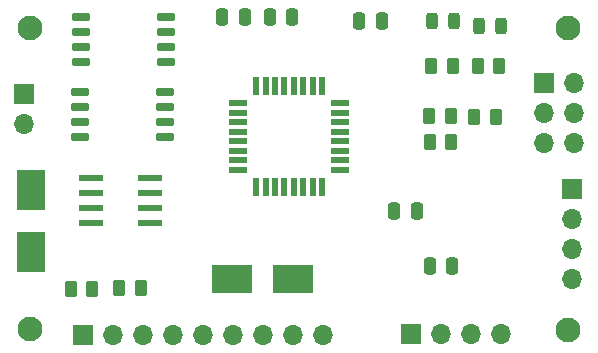
<source format=gts>
%TF.GenerationSoftware,KiCad,Pcbnew,(6.0.1-0)*%
%TF.CreationDate,2022-02-17T22:02:20-07:00*%
%TF.ProjectId,MCU Datalogger,4d435520-4461-4746-916c-6f676765722e,1*%
%TF.SameCoordinates,Original*%
%TF.FileFunction,Soldermask,Top*%
%TF.FilePolarity,Negative*%
%FSLAX46Y46*%
G04 Gerber Fmt 4.6, Leading zero omitted, Abs format (unit mm)*
G04 Created by KiCad (PCBNEW (6.0.1-0)) date 2022-02-17 22:02:20*
%MOMM*%
%LPD*%
G01*
G04 APERTURE LIST*
G04 Aperture macros list*
%AMRoundRect*
0 Rectangle with rounded corners*
0 $1 Rounding radius*
0 $2 $3 $4 $5 $6 $7 $8 $9 X,Y pos of 4 corners*
0 Add a 4 corners polygon primitive as box body*
4,1,4,$2,$3,$4,$5,$6,$7,$8,$9,$2,$3,0*
0 Add four circle primitives for the rounded corners*
1,1,$1+$1,$2,$3*
1,1,$1+$1,$4,$5*
1,1,$1+$1,$6,$7*
1,1,$1+$1,$8,$9*
0 Add four rect primitives between the rounded corners*
20,1,$1+$1,$2,$3,$4,$5,0*
20,1,$1+$1,$4,$5,$6,$7,0*
20,1,$1+$1,$6,$7,$8,$9,0*
20,1,$1+$1,$8,$9,$2,$3,0*%
G04 Aperture macros list end*
%ADD10RoundRect,0.250000X0.262500X0.450000X-0.262500X0.450000X-0.262500X-0.450000X0.262500X-0.450000X0*%
%ADD11RoundRect,0.250000X-0.262500X-0.450000X0.262500X-0.450000X0.262500X0.450000X-0.262500X0.450000X0*%
%ADD12C,2.100000*%
%ADD13RoundRect,0.250000X0.250000X0.475000X-0.250000X0.475000X-0.250000X-0.475000X0.250000X-0.475000X0*%
%ADD14RoundRect,0.243750X-0.243750X-0.456250X0.243750X-0.456250X0.243750X0.456250X-0.243750X0.456250X0*%
%ADD15R,1.700000X1.700000*%
%ADD16O,1.700000X1.700000*%
%ADD17RoundRect,0.150000X-0.650000X-0.150000X0.650000X-0.150000X0.650000X0.150000X-0.650000X0.150000X0*%
%ADD18R,2.400000X3.500000*%
%ADD19R,1.500000X0.550000*%
%ADD20R,0.550000X1.500000*%
%ADD21RoundRect,0.250000X-0.250000X-0.475000X0.250000X-0.475000X0.250000X0.475000X-0.250000X0.475000X0*%
%ADD22R,3.500000X2.400000*%
%ADD23RoundRect,0.041300X-0.943700X-0.253700X0.943700X-0.253700X0.943700X0.253700X-0.943700X0.253700X0*%
G04 APERTURE END LIST*
D10*
%TO.C,R4*%
X116103400Y-85801200D03*
X114278400Y-85801200D03*
%TD*%
%TO.C,R2*%
X89863300Y-100355400D03*
X88038300Y-100355400D03*
%TD*%
D11*
%TO.C,R7*%
X114454300Y-81559400D03*
X116279300Y-81559400D03*
%TD*%
D10*
%TO.C,R5*%
X120241700Y-81559400D03*
X118416700Y-81559400D03*
%TD*%
D12*
%TO.C,H2*%
X126034800Y-103860600D03*
%TD*%
D13*
%TO.C,C2*%
X113243400Y-93802200D03*
X111343400Y-93802200D03*
%TD*%
D14*
%TO.C,D2*%
X114505500Y-77698600D03*
X116380500Y-77698600D03*
%TD*%
D15*
%TO.C,J4*%
X112786000Y-104216200D03*
D16*
X115326000Y-104216200D03*
X117866000Y-104216200D03*
X120406000Y-104216200D03*
%TD*%
D17*
%TO.C,U1*%
X84690400Y-83693000D03*
X84690400Y-84963000D03*
X84690400Y-86233000D03*
X84690400Y-87503000D03*
X91890400Y-87503000D03*
X91890400Y-86233000D03*
X91890400Y-84963000D03*
X91890400Y-83693000D03*
%TD*%
D18*
%TO.C,Y1*%
X80568800Y-92065800D03*
X80568800Y-97265800D03*
%TD*%
D15*
%TO.C,J1*%
X85013800Y-104267000D03*
D16*
X87553800Y-104267000D03*
X90093800Y-104267000D03*
X92633800Y-104267000D03*
X95173800Y-104267000D03*
X97713800Y-104267000D03*
X100253800Y-104267000D03*
X102793800Y-104267000D03*
X105333800Y-104267000D03*
%TD*%
D19*
%TO.C,U4*%
X98138200Y-84703000D03*
X98138200Y-85503000D03*
X98138200Y-86303000D03*
X98138200Y-87103000D03*
X98138200Y-87903000D03*
X98138200Y-88703000D03*
X98138200Y-89503000D03*
X98138200Y-90303000D03*
D20*
X99638200Y-91803000D03*
X100438200Y-91803000D03*
X101238200Y-91803000D03*
X102038200Y-91803000D03*
X102838200Y-91803000D03*
X103638200Y-91803000D03*
X104438200Y-91803000D03*
X105238200Y-91803000D03*
D19*
X106738200Y-90303000D03*
X106738200Y-89503000D03*
X106738200Y-88703000D03*
X106738200Y-87903000D03*
X106738200Y-87103000D03*
X106738200Y-86303000D03*
X106738200Y-85503000D03*
X106738200Y-84703000D03*
D20*
X105238200Y-83203000D03*
X104438200Y-83203000D03*
X103638200Y-83203000D03*
X102838200Y-83203000D03*
X102038200Y-83203000D03*
X101238200Y-83203000D03*
X100438200Y-83203000D03*
X99638200Y-83203000D03*
%TD*%
D17*
%TO.C,U3*%
X84792000Y-77419200D03*
X84792000Y-78689200D03*
X84792000Y-79959200D03*
X84792000Y-81229200D03*
X91992000Y-81229200D03*
X91992000Y-79959200D03*
X91992000Y-78689200D03*
X91992000Y-77419200D03*
%TD*%
D14*
%TO.C,D1*%
X118493300Y-78130400D03*
X120368300Y-78130400D03*
%TD*%
D15*
%TO.C,J3*%
X123997800Y-82946000D03*
D16*
X126537800Y-82946000D03*
X123997800Y-85486000D03*
X126537800Y-85486000D03*
X123997800Y-88026000D03*
X126537800Y-88026000D03*
%TD*%
D12*
%TO.C,H3*%
X80518000Y-78333600D03*
%TD*%
D10*
%TO.C,R3*%
X116152300Y-87985600D03*
X114327300Y-87985600D03*
%TD*%
D12*
%TO.C,H1*%
X126034800Y-78308200D03*
%TD*%
%TO.C,H4*%
X80518000Y-103809800D03*
%TD*%
D21*
%TO.C,C5*%
X108371600Y-77724000D03*
X110271600Y-77724000D03*
%TD*%
%TO.C,C1*%
X96763800Y-77393800D03*
X98663800Y-77393800D03*
%TD*%
D22*
%TO.C,Y2*%
X102777600Y-99593400D03*
X97577600Y-99593400D03*
%TD*%
D15*
%TO.C,J2*%
X126415800Y-91973400D03*
D16*
X126415800Y-94513400D03*
X126415800Y-97053400D03*
X126415800Y-99593400D03*
%TD*%
D15*
%TO.C,BT1*%
X80010000Y-83942000D03*
D16*
X80010000Y-86482000D03*
%TD*%
D11*
%TO.C,R1*%
X83948900Y-100380800D03*
X85773900Y-100380800D03*
%TD*%
%TO.C,R6*%
X118111900Y-85826600D03*
X119936900Y-85826600D03*
%TD*%
D23*
%TO.C,U2*%
X85663000Y-91033600D03*
X85663000Y-92303600D03*
X85663000Y-93573600D03*
X85663000Y-94843600D03*
X90613000Y-94843600D03*
X90613000Y-93573600D03*
X90613000Y-92303600D03*
X90613000Y-91033600D03*
%TD*%
D21*
%TO.C,C3*%
X100802400Y-77368400D03*
X102702400Y-77368400D03*
%TD*%
D13*
%TO.C,C4*%
X116255800Y-98501200D03*
X114355800Y-98501200D03*
%TD*%
M02*

</source>
